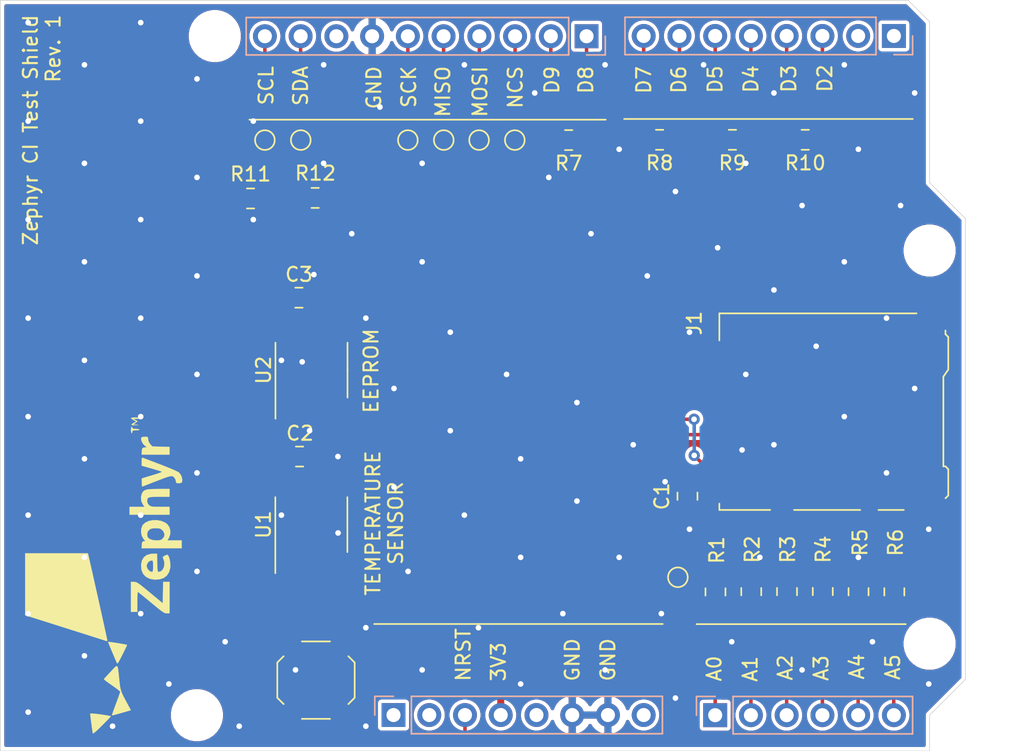
<source format=kicad_pcb>
(kicad_pcb (version 20171130) (host pcbnew 5.1.6-c6e7f7d~87~ubuntu19.10.1)
  (title_block (title "Zephyr CI Test Shield") (date 2020-08-28) (rev 1) (company "Teslabs Engineering S.L."))
  (layers (0 F.Cu signal) (31 B.Cu signal) (34 B.Paste user) (35 F.Paste user) (36 B.SilkS user) (37 F.SilkS user) (38 B.Mask user) (39 F.Mask user) (44 Edge.Cuts user))
  (net 0 "")
  (net 1 GND)
  (net 2 /SCK)
  (net 3 /MISO)
  (net 4 /MOSI)
  (net 5 /NCS)
  (net 6 +3V3)
  (net 7 /SDA)
  (net 8 /SCL)
  (net 9 "Net-(J2-Pad3)")
  (net 10 "Net-(J3-Pad6)")
  (net 11 "Net-(J3-Pad5)")
  (net 12 "Net-(J3-Pad4)")
  (net 13 "Net-(J3-Pad3)")
  (net 14 "Net-(J3-Pad2)")
  (net 15 "Net-(J3-Pad1)")
  (net 16 "Net-(J4-Pad2)")
  (net 17 "Net-(J4-Pad1)")
  (net 18 "Net-(J5-Pad8)")
  (net 19 "Net-(J5-Pad7)")
  (net 20 "Net-(J5-Pad6)")
  (net 21 "Net-(J5-Pad5)")
  (net 22 "Net-(J5-Pad4)")
  (net 23 "Net-(J5-Pad3)")
  (net 24 "Net-(R1-Pad1)")
  (module zephyr-ci-shield:MountingHole_3.2mm (layer F.Cu) (at 165.94 88.26)
    (fp_text reference H3 hide)
    (fp_text value MountingHole)
    (pad 1 np_thru_hole circle (at 0 0) (size 3.2 3.2) (drill 3.2) (layers *.Cu *.Mask))
  )
  (module zephyr-ci-shield:MountingHole_3.2mm (layer F.Cu) (at 165.94 116.2)
    (fp_text reference H2 hide)
    (fp_text value MountingHole)
    (pad 1 np_thru_hole circle (at 0 0) (size 3.2 3.2) (drill 3.2) (layers *.Cu *.Mask))
  )
  (module zephyr-ci-shield:MountingHole_3.2mm (layer F.Cu) (at 113.87 121.28)
    (fp_text reference H1 hide)
    (fp_text value MountingHole)
    (pad 1 np_thru_hole circle (at 0 0) (size 3.2 3.2) (drill 3.2) (layers *.Cu *.Mask))
  )
  (module zephyr-ci-shield:MountingHole_3.2mm (layer F.Cu) (at 115.14 73.02)
    (fp_text reference H4 hide)
    (fp_text value MountingHole)
    (pad 1 np_thru_hole circle (at 0 0) (size 3.2 3.2) (drill 3.2) (layers *.Cu *.Mask))
  )
  (module Connector_Card:microSD_HC_Hirose_DM3AT-SF-PEJM5 (layer F.Cu) (at 158.88 99.72 90)
    (fp_text reference J1 (at 6.3 -9.66 90) (layer F.SilkS))
    (fp_text value Micro_SD_Card)
    (pad 11 smd rect (at 6.675 7.375 90) (size 1.3 1.9) (layers F.Cu F.Paste F.Mask) (net 1 GND))
    (pad 11 smd rect (at -6.825 6.925 90) (size 1 2.8) (layers F.Cu F.Paste F.Mask) (net 1 GND))
    (pad 10 smd rect (at -6.825 2.775 90) (size 1 0.8) (layers F.Cu F.Paste F.Mask))
    (pad 11 smd rect (at -6.825 -3.425 90) (size 1 1.2) (layers F.Cu F.Paste F.Mask) (net 1 GND))
    (pad 11 smd rect (at 4.325 -7.725 90) (size 1 1.2) (layers F.Cu F.Paste F.Mask) (net 1 GND))
    (pad 7 smd rect (at -3.825 -7.725 90) (size 0.7 1.2) (layers F.Cu F.Paste F.Mask) (net 3 /MISO))
    (pad 6 smd rect (at -2.725 -7.725 90) (size 0.7 1.2) (layers F.Cu F.Paste F.Mask) (net 1 GND))
    (pad 5 smd rect (at -1.625 -7.725 90) (size 0.7 1.2) (layers F.Cu F.Paste F.Mask) (net 2 /SCK))
    (pad 4 smd rect (at -0.525 -7.725 90) (size 0.7 1.2) (layers F.Cu F.Paste F.Mask) (net 6 +3V3))
    (pad 3 smd rect (at 0.575 -7.725 90) (size 0.7 1.2) (layers F.Cu F.Paste F.Mask) (net 4 /MOSI))
    (pad 2 smd rect (at 1.675 -7.725 90) (size 0.7 1.2) (layers F.Cu F.Paste F.Mask) (net 5 /NCS))
    (pad 1 smd rect (at 2.775 -7.725 90) (size 0.7 1.2) (layers F.Cu F.Paste F.Mask))
    (pad 8 smd rect (at -4.925 -7.725 90) (size 0.7 1.2) (layers F.Cu F.Paste F.Mask))
    (pad 9 smd rect (at -5.875 -7.725 90) (size 0.7 1.2) (layers F.Cu F.Paste F.Mask))
  )
  (module zephyr-ci-shield:Logo_Zephyr (layer F.Cu) (at 107.25 111.4 90)
    (fp_text reference G*** hide)
    (fp_text value LOGO hide)
  )
  (module Connector_PinHeader_2.54mm:PinHeader_1x10_P2.54mm_Vertical (layer B.Cu) (at 141.56 73.03 90)
    (fp_text reference J4 hide)
    (fp_text value CN4)
    (pad 10 thru_hole oval (at 0 -22.86 90) (size 1.7 1.7) (drill 1) (layers *.Cu *.Mask) (net 8 /SCL))
    (pad 9 thru_hole oval (at 0 -20.32 90) (size 1.7 1.7) (drill 1) (layers *.Cu *.Mask) (net 7 /SDA))
    (pad 8 thru_hole oval (at 0 -17.78 90) (size 1.7 1.7) (drill 1) (layers *.Cu *.Mask))
    (pad 7 thru_hole oval (at 0 -15.24 90) (size 1.7 1.7) (drill 1) (layers *.Cu *.Mask) (net 1 GND))
    (pad 6 thru_hole oval (at 0 -12.7 90) (size 1.7 1.7) (drill 1) (layers *.Cu *.Mask) (net 2 /SCK))
    (pad 5 thru_hole oval (at 0 -10.16 90) (size 1.7 1.7) (drill 1) (layers *.Cu *.Mask) (net 3 /MISO))
    (pad 4 thru_hole oval (at 0 -7.62 90) (size 1.7 1.7) (drill 1) (layers *.Cu *.Mask) (net 4 /MOSI))
    (pad 3 thru_hole oval (at 0 -5.08 90) (size 1.7 1.7) (drill 1) (layers *.Cu *.Mask) (net 5 /NCS))
    (pad 2 thru_hole oval (at 0 -2.54 90) (size 1.7 1.7) (drill 1) (layers *.Cu *.Mask) (net 16 "Net-(J4-Pad2)"))
    (pad 1 thru_hole rect (at 0 0 90) (size 1.7 1.7) (drill 1) (layers *.Cu *.Mask) (net 17 "Net-(J4-Pad1)"))
  )
  (module Connector_PinHeader_2.54mm:PinHeader_1x06_P2.54mm_Vertical (layer B.Cu) (at 150.7 121.28 270)
    (fp_text reference J3 hide)
    (fp_text value CN2)
    (pad 6 thru_hole oval (at 0 -12.7 270) (size 1.7 1.7) (drill 1) (layers *.Cu *.Mask) (net 10 "Net-(J3-Pad6)"))
    (pad 5 thru_hole oval (at 0 -10.16 270) (size 1.7 1.7) (drill 1) (layers *.Cu *.Mask) (net 11 "Net-(J3-Pad5)"))
    (pad 4 thru_hole oval (at 0 -7.62 270) (size 1.7 1.7) (drill 1) (layers *.Cu *.Mask) (net 12 "Net-(J3-Pad4)"))
    (pad 3 thru_hole oval (at 0 -5.08 270) (size 1.7 1.7) (drill 1) (layers *.Cu *.Mask) (net 13 "Net-(J3-Pad3)"))
    (pad 2 thru_hole oval (at 0 -2.54 270) (size 1.7 1.7) (drill 1) (layers *.Cu *.Mask) (net 14 "Net-(J3-Pad2)"))
    (pad 1 thru_hole rect (at 0 0 270) (size 1.7 1.7) (drill 1) (layers *.Cu *.Mask) (net 15 "Net-(J3-Pad1)"))
  )
  (module Connector_PinHeader_2.54mm:PinHeader_1x08_P2.54mm_Vertical (layer B.Cu) (at 127.84 121.27 270)
    (fp_text reference J2 hide)
    (fp_text value CN1)
    (pad 8 thru_hole oval (at 0 -17.78 270) (size 1.7 1.7) (drill 1) (layers *.Cu *.Mask))
    (pad 7 thru_hole oval (at 0 -15.24 270) (size 1.7 1.7) (drill 1) (layers *.Cu *.Mask) (net 1 GND))
    (pad 6 thru_hole oval (at 0 -12.7 270) (size 1.7 1.7) (drill 1) (layers *.Cu *.Mask) (net 1 GND))
    (pad 5 thru_hole oval (at 0 -10.16 270) (size 1.7 1.7) (drill 1) (layers *.Cu *.Mask))
    (pad 4 thru_hole oval (at 0 -7.62 270) (size 1.7 1.7) (drill 1) (layers *.Cu *.Mask) (net 6 +3V3))
    (pad 3 thru_hole oval (at 0 -5.08 270) (size 1.7 1.7) (drill 1) (layers *.Cu *.Mask) (net 9 "Net-(J2-Pad3)"))
    (pad 2 thru_hole oval (at 0 -2.54 270) (size 1.7 1.7) (drill 1) (layers *.Cu *.Mask))
    (pad 1 thru_hole rect (at 0 0 270) (size 1.7 1.7) (drill 1) (layers *.Cu *.Mask))
  )
  (module Connector_PinHeader_2.54mm:PinHeader_1x08_P2.54mm_Vertical (layer B.Cu) (at 163.4 73.01 90)
    (fp_text reference J5 hide)
    (fp_text value CN3)
    (pad 8 thru_hole oval (at 0 -17.78 90) (size 1.7 1.7) (drill 1) (layers *.Cu *.Mask) (net 18 "Net-(J5-Pad8)"))
    (pad 7 thru_hole oval (at 0 -15.24 90) (size 1.7 1.7) (drill 1) (layers *.Cu *.Mask) (net 19 "Net-(J5-Pad7)"))
    (pad 6 thru_hole oval (at 0 -12.7 90) (size 1.7 1.7) (drill 1) (layers *.Cu *.Mask) (net 20 "Net-(J5-Pad6)"))
    (pad 5 thru_hole oval (at 0 -10.16 90) (size 1.7 1.7) (drill 1) (layers *.Cu *.Mask) (net 21 "Net-(J5-Pad5)"))
    (pad 4 thru_hole oval (at 0 -7.62 90) (size 1.7 1.7) (drill 1) (layers *.Cu *.Mask) (net 22 "Net-(J5-Pad4)"))
    (pad 3 thru_hole oval (at 0 -5.08 90) (size 1.7 1.7) (drill 1) (layers *.Cu *.Mask) (net 23 "Net-(J5-Pad3)"))
    (pad 2 thru_hole oval (at 0 -2.54 90) (size 1.7 1.7) (drill 1) (layers *.Cu *.Mask))
    (pad 1 thru_hole rect (at 0 0 90) (size 1.7 1.7) (drill 1) (layers *.Cu *.Mask))
  )
  (module TestPoint:TestPoint_Pad_D1.0mm (layer F.Cu) (at 148.05 111.48)
    (fp_text reference TP1 hide)
    (fp_text value AVAL)
    (pad 1 smd circle (at 0 0) (size 1 1) (layers F.Cu F.Mask) (net 24 "Net-(R1-Pad1)"))
  )
  (module Package_SO:SOIC-8_3.9x4.9mm_P1.27mm (layer F.Cu) (at 122.01 96.76 90)
    (fp_text reference U2 (at 0 -3.4 90) (layer F.SilkS))
    (fp_text value 24LC256)
    (pad 8 smd roundrect (at 2.475 -1.905 90) (size 1.95 0.6) (layers F.Cu F.Paste F.Mask) (net 6 +3V3))
    (pad 7 smd roundrect (at 2.475 -0.635 90) (size 1.95 0.6) (layers F.Cu F.Paste F.Mask) (net 1 GND))
    (pad 6 smd roundrect (at 2.475 0.635 90) (size 1.95 0.6) (layers F.Cu F.Paste F.Mask) (net 8 /SCL))
    (pad 5 smd roundrect (at 2.475 1.905 90) (size 1.95 0.6) (layers F.Cu F.Paste F.Mask) (net 7 /SDA))
    (pad 4 smd roundrect (at -2.475 1.905 90) (size 1.95 0.6) (layers F.Cu F.Paste F.Mask) (net 1 GND))
    (pad 3 smd roundrect (at -2.475 0.635 90) (size 1.95 0.6) (layers F.Cu F.Paste F.Mask) (net 1 GND))
    (pad 2 smd roundrect (at -2.475 -0.635 90) (size 1.95 0.6) (layers F.Cu F.Paste F.Mask) (net 1 GND))
    (pad 1 smd roundrect (at -2.475 -1.905 90) (size 1.95 0.6) (layers F.Cu F.Paste F.Mask) (net 1 GND))
  )
  (module Package_SO:SOIC-8_3.9x4.9mm_P1.27mm (layer F.Cu) (at 122 107.74 90)
    (fp_text reference U1 (at 0 -3.4 90) (layer F.SilkS))
    (fp_text value LM75B)
    (pad 8 smd roundrect (at 2.475 -1.905 90) (size 1.95 0.6) (layers F.Cu F.Paste F.Mask) (net 6 +3V3))
    (pad 7 smd roundrect (at 2.475 -0.635 90) (size 1.95 0.6) (layers F.Cu F.Paste F.Mask) (net 1 GND))
    (pad 6 smd roundrect (at 2.475 0.635 90) (size 1.95 0.6) (layers F.Cu F.Paste F.Mask) (net 1 GND))
    (pad 5 smd roundrect (at 2.475 1.905 90) (size 1.95 0.6) (layers F.Cu F.Paste F.Mask) (net 1 GND))
    (pad 4 smd roundrect (at -2.475 1.905 90) (size 1.95 0.6) (layers F.Cu F.Paste F.Mask) (net 1 GND))
    (pad 3 smd roundrect (at -2.475 0.635 90) (size 1.95 0.6) (layers F.Cu F.Paste F.Mask))
    (pad 2 smd roundrect (at -2.475 -0.635 90) (size 1.95 0.6) (layers F.Cu F.Paste F.Mask) (net 8 /SCL))
    (pad 1 smd roundrect (at -2.475 -1.905 90) (size 1.95 0.6) (layers F.Cu F.Paste F.Mask) (net 7 /SDA))
  )
  (module TestPoint:TestPoint_Pad_D1.0mm (layer F.Cu) (at 121.25 80.41)
    (fp_text reference TP6 hide)
    (fp_text value SDA)
    (pad 1 smd circle (at 0 0) (size 1 1) (layers F.Cu F.Mask) (net 7 /SDA))
  )
  (module TestPoint:TestPoint_Pad_D1.0mm (layer F.Cu) (at 118.7 80.41)
    (fp_text reference TP4 hide)
    (fp_text value SCL)
    (pad 1 smd circle (at 0 0.01) (size 1 1) (layers F.Cu F.Mask) (net 8 /SCL))
  )
  (module TestPoint:TestPoint_Pad_D1.0mm (layer F.Cu) (at 128.86 80.41)
    (fp_text reference TP2 hide)
    (fp_text value SCK)
    (pad 1 smd circle (at 0 0) (size 1 1) (layers F.Cu F.Mask) (net 2 /SCK))
  )
  (module TestPoint:TestPoint_Pad_D1.0mm (layer F.Cu) (at 131.41 80.41)
    (fp_text reference TP3 hide)
    (fp_text value MISO)
    (pad 1 smd circle (at 0 0) (size 1 1) (layers F.Cu F.Mask) (net 3 /MISO))
  )
  (module TestPoint:TestPoint_Pad_D1.0mm (layer F.Cu) (at 133.92 80.41)
    (fp_text reference TP5 hide)
    (fp_text value MOSI)
    (pad 1 smd circle (at 0 0) (size 1 1) (layers F.Cu F.Mask) (net 4 /MOSI))
  )
  (module TestPoint:TestPoint_Pad_D1.0mm (layer F.Cu) (at 136.46 80.41)
    (fp_text reference TP7 hide)
    (fp_text value NCS)
    (pad 1 smd circle (at 0 0) (size 1 1) (layers F.Cu F.Mask) (net 5 /NCS))
  )
  (module Button_Switch_SMD:SW_SPST_TL3342 (layer F.Cu) (at 122.33 118.79 270)
    (fp_text reference SW1 hide)
    (fp_text value RESET)
    (pad 2 smd rect (at 3.15 1.9 270) (size 1.7 1) (layers F.Cu F.Paste F.Mask) (net 1 GND))
    (pad 2 smd rect (at -3.15 1.9 270) (size 1.7 1) (layers F.Cu F.Paste F.Mask) (net 1 GND))
    (pad 1 smd rect (at 3.15 -1.9 270) (size 1.7 1) (layers F.Cu F.Paste F.Mask) (net 9 "Net-(J2-Pad3)"))
    (pad 1 smd rect (at -3.15 -1.9 270) (size 1.7 1) (layers F.Cu F.Paste F.Mask) (net 9 "Net-(J2-Pad3)"))
  )
  (module Resistor_SMD:R_0805_2012Metric_Pad1.15x1.40mm_HandSolder (layer F.Cu) (at 122.27 84.52 180)
    (fp_text reference R12 (at -0.02 1.75) (layer F.SilkS))
    (fp_text value 4.7K)
    (pad 2 smd roundrect (at 1.025 0 180) (size 1.15 1.4) (layers F.Cu F.Paste F.Mask) (roundrect_rratio 0.217391) (net 7 /SDA))
    (pad 1 smd roundrect (at -1.025 0 180) (size 1.15 1.4) (layers F.Cu F.Paste F.Mask) (roundrect_rratio 0.217391) (net 6 +3V3))
  )
  (module Resistor_SMD:R_0805_2012Metric_Pad1.15x1.40mm_HandSolder (layer F.Cu) (at 163.43 112.514 270)
    (fp_text reference R6 (at -3.505 -0.09 90) (layer F.SilkS))
    (fp_text value 10K)
    (pad 2 smd roundrect (at 1.025 0 270) (size 1.15 1.4) (layers F.Cu F.Paste F.Mask) (roundrect_rratio 0.217391) (net 10 "Net-(J3-Pad6)"))
    (pad 1 smd roundrect (at -1.025 0 270) (size 1.15 1.4) (layers F.Cu F.Paste F.Mask) (roundrect_rratio 0.217391) (net 24 "Net-(R1-Pad1)"))
  )
  (module Resistor_SMD:R_0805_2012Metric_Pad1.15x1.40mm_HandSolder (layer F.Cu) (at 160.888 112.508 270)
    (fp_text reference R5 (at -3.5 -0.112 90) (layer F.SilkS))
    (fp_text value 10K)
    (pad 2 smd roundrect (at 1.025 0 270) (size 1.15 1.4) (layers F.Cu F.Paste F.Mask) (roundrect_rratio 0.217391) (net 11 "Net-(J3-Pad5)"))
    (pad 1 smd roundrect (at -1.025 0 270) (size 1.15 1.4) (layers F.Cu F.Paste F.Mask) (roundrect_rratio 0.217391) (net 24 "Net-(R1-Pad1)"))
  )
  (module Resistor_SMD:R_0805_2012Metric_Pad1.15x1.40mm_HandSolder (layer F.Cu) (at 158.346 112.49 270)
    (fp_text reference R4 (at -2.99 -0.034 90) (layer F.SilkS))
    (fp_text value 10K)
    (pad 2 smd roundrect (at 1.025 0 270) (size 1.15 1.4) (layers F.Cu F.Paste F.Mask) (roundrect_rratio 0.217391) (net 12 "Net-(J3-Pad4)"))
    (pad 1 smd roundrect (at -1.025 0 270) (size 1.15 1.4) (layers F.Cu F.Paste F.Mask) (roundrect_rratio 0.217391) (net 24 "Net-(R1-Pad1)"))
  )
  (module Resistor_SMD:R_0805_2012Metric_Pad1.15x1.40mm_HandSolder (layer F.Cu) (at 155.804 112.496 270)
    (fp_text reference R3 (at -2.995 -0.056 90) (layer F.SilkS))
    (fp_text value 10K)
    (pad 2 smd roundrect (at 1.025 0 270) (size 1.15 1.4) (layers F.Cu F.Paste F.Mask) (roundrect_rratio 0.217391) (net 13 "Net-(J3-Pad3)"))
    (pad 1 smd roundrect (at -1.025 0 270) (size 1.15 1.4) (layers F.Cu F.Paste F.Mask) (roundrect_rratio 0.217391) (net 24 "Net-(R1-Pad1)"))
  )
  (module Resistor_SMD:R_0805_2012Metric_Pad1.15x1.40mm_HandSolder (layer F.Cu) (at 153.262 112.502 270)
    (fp_text reference R2 (at -3 -0.078 90) (layer F.SilkS))
    (fp_text value 10K)
    (pad 2 smd roundrect (at 1.025 0 270) (size 1.15 1.4) (layers F.Cu F.Paste F.Mask) (roundrect_rratio 0.217391) (net 14 "Net-(J3-Pad2)"))
    (pad 1 smd roundrect (at -1.025 0 270) (size 1.15 1.4) (layers F.Cu F.Paste F.Mask) (roundrect_rratio 0.217391) (net 24 "Net-(R1-Pad1)"))
  )
  (module Resistor_SMD:R_0805_2012Metric_Pad1.15x1.40mm_HandSolder (layer F.Cu) (at 150.72 112.52 270)
    (fp_text reference R1 (at -2.97 -0.1 90) (layer F.SilkS))
    (fp_text value 10K)
    (pad 2 smd roundrect (at 1.025 0 270) (size 1.15 1.4) (layers F.Cu F.Paste F.Mask) (roundrect_rratio 0.217391) (net 15 "Net-(J3-Pad1)"))
    (pad 1 smd roundrect (at -1.025 0 270) (size 1.15 1.4) (layers F.Cu F.Paste F.Mask) (roundrect_rratio 0.217391) (net 24 "Net-(R1-Pad1)"))
  )
  (module Resistor_SMD:R_0805_2012Metric_Pad1.15x1.40mm_HandSolder (layer F.Cu) (at 117.68 84.56)
    (fp_text reference R11 (at 0 -1.73) (layer F.SilkS))
    (fp_text value 4.7K)
    (pad 2 smd roundrect (at 1.025 0) (size 1.15 1.4) (layers F.Cu F.Paste F.Mask) (roundrect_rratio 0.217391) (net 8 /SCL))
    (pad 1 smd roundrect (at -1.025 0) (size 1.15 1.4) (layers F.Cu F.Paste F.Mask) (roundrect_rratio 0.217391) (net 6 +3V3))
  )
  (module Resistor_SMD:R_0805_2012Metric_Pad1.15x1.40mm_HandSolder (layer F.Cu) (at 140.29 80.41 180)
    (fp_text reference R7 (at 0 -1.65) (layer F.SilkS))
    (fp_text value 0)
    (pad 2 smd roundrect (at 1.025 0 180) (size 1.15 1.4) (layers F.Cu F.Paste F.Mask) (roundrect_rratio 0.217391) (net 16 "Net-(J4-Pad2)"))
    (pad 1 smd roundrect (at -1.025 0 180) (size 1.15 1.4) (layers F.Cu F.Paste F.Mask) (roundrect_rratio 0.217391) (net 17 "Net-(J4-Pad1)"))
  )
  (module Resistor_SMD:R_0805_2012Metric_Pad1.15x1.40mm_HandSolder (layer F.Cu) (at 146.75 80.39 180)
    (fp_text reference R8 (at 0 -1.65) (layer F.SilkS))
    (fp_text value 0)
    (pad 2 smd roundrect (at 1.025 0 180) (size 1.15 1.4) (layers F.Cu F.Paste F.Mask) (roundrect_rratio 0.217391) (net 18 "Net-(J5-Pad8)"))
    (pad 1 smd roundrect (at -1.025 0 180) (size 1.15 1.4) (layers F.Cu F.Paste F.Mask) (roundrect_rratio 0.217391) (net 19 "Net-(J5-Pad7)"))
  )
  (module Resistor_SMD:R_0805_2012Metric_Pad1.15x1.40mm_HandSolder (layer F.Cu) (at 151.925 80.39 180)
    (fp_text reference R9 (at 0 -1.65) (layer F.SilkS))
    (fp_text value 0)
    (pad 2 smd roundrect (at 1.025 0 180) (size 1.15 1.4) (layers F.Cu F.Paste F.Mask) (roundrect_rratio 0.217391) (net 20 "Net-(J5-Pad6)"))
    (pad 1 smd roundrect (at -1.025 0 180) (size 1.15 1.4) (layers F.Cu F.Paste F.Mask) (roundrect_rratio 0.217391) (net 21 "Net-(J5-Pad5)"))
  )
  (module Resistor_SMD:R_0805_2012Metric_Pad1.15x1.40mm_HandSolder (layer F.Cu) (at 157.1 80.39 180)
    (fp_text reference R10 (at 0 -1.65) (layer F.SilkS))
    (fp_text value 0)
    (pad 2 smd roundrect (at 1.025 0 180) (size 1.15 1.4) (layers F.Cu F.Paste F.Mask) (roundrect_rratio 0.217391) (net 22 "Net-(J5-Pad4)"))
    (pad 1 smd roundrect (at -1.025 0 180) (size 1.15 1.4) (layers F.Cu F.Paste F.Mask) (roundrect_rratio 0.217391) (net 23 "Net-(J5-Pad3)"))
  )
  (module Capacitor_SMD:C_0805_2012Metric_Pad1.15x1.40mm_HandSolder (layer F.Cu) (at 148.73 105.72 270)
    (fp_text reference C1 (at 0.01 1.82 90) (layer F.SilkS))
    (fp_text value 100nF)
    (pad 2 smd roundrect (at 1.025 0 270) (size 1.15 1.4) (layers F.Cu F.Paste F.Mask) (roundrect_rratio 0.217391) (net 6 +3V3))
    (pad 1 smd roundrect (at -1.025 0 270) (size 1.15 1.4) (layers F.Cu F.Paste F.Mask) (roundrect_rratio 0.217391) (net 1 GND))
  )
  (module Capacitor_SMD:C_0805_2012Metric_Pad1.15x1.40mm_HandSolder (layer F.Cu) (at 121.165 102.9 180)
    (fp_text reference C2 (at -0.025 1.65) (layer F.SilkS))
    (fp_text value 100nF)
    (pad 2 smd roundrect (at 1.025 0 180) (size 1.15 1.4) (layers F.Cu F.Paste F.Mask) (roundrect_rratio 0.217391) (net 6 +3V3))
    (pad 1 smd roundrect (at -1.025 0 180) (size 1.15 1.4) (layers F.Cu F.Paste F.Mask) (roundrect_rratio 0.217391) (net 1 GND))
  )
  (module Capacitor_SMD:C_0805_2012Metric_Pad1.15x1.40mm_HandSolder (layer F.Cu) (at 121.12 91.61)
    (fp_text reference C3 (at 0 -1.65) (layer F.SilkS))
    (fp_text value 100nF)
    (pad 2 smd roundrect (at 1.025 0) (size 1.15 1.4) (layers F.Cu F.Paste F.Mask) (roundrect_rratio 0.217391) (net 1 GND))
    (pad 1 smd roundrect (at -1.025 0) (size 1.15 1.4) (layers F.Cu F.Paste F.Mask) (roundrect_rratio 0.217391) (net 6 +3V3))
  )
  (gr_line (start 149.38 114.81) (end 164.24 114.81) (layer F.SilkS) (width 0.12))
  (gr_line (start 126.47 114.8) (end 146.97 114.8) (layer F.SilkS) (width 0.12))
  (gr_line (start 117.6 78.96) (end 142.92 78.96) (layer F.SilkS) (width 0.12))
  (gr_line (start 144.23 78.91) (end 164.74 78.91) (layer F.SilkS) (width 0.12))
  (gr_text "Zephyr CI Test Shield\nRev. 1" (at 102.85 71.41 90) (layer F.SilkS) (effects (font (size 1 1)) (justify right)))
  (gr_text NRST (at 132.8 118.966 90) (layer F.SilkS) (effects (font (size 1 1)) (justify left)))
  (gr_text 3V3 (at 135.3 118.966 90) (layer F.SilkS) (effects (font (size 1 1)) (justify left)))
  (gr_text GND (at 140.55 118.966 90) (layer F.SilkS) (effects (font (size 1 1)) (justify left)))
  (gr_text GND (at 143.08 118.966 90) (layer F.SilkS) (effects (font (size 1 1)) (justify left)))
  (gr_text EEPROM (at 126.25 96.81 90) (layer F.SilkS) (effects (font (size 1 1))))
  (gr_text "TEMPERATURE\nSENSOR" (at 127.19 107.63 90) (layer F.SilkS) (effects (font (size 1 1))))
  (gr_text A5 (at 163.32 118.864 90) (layer F.SilkS) (effects (font (size 1 1)) (justify left)))
  (gr_text A4 (at 160.77 118.83 90) (layer F.SilkS) (effects (font (size 1 1)) (justify left)))
  (gr_text A3 (at 158.23 118.932 90) (layer F.SilkS) (effects (font (size 1 1)) (justify left)))
  (gr_text A2 (at 155.68 118.898 90) (layer F.SilkS) (effects (font (size 1 1)) (justify left)))
  (gr_text A1 (at 153.19 119 90) (layer F.SilkS) (effects (font (size 1 1)) (justify left)))
  (gr_text A0 (at 150.63 118.966 90) (layer F.SilkS) (effects (font (size 1 1)) (justify left)))
  (gr_text GND (at 126.45 75.06 90) (layer F.SilkS) (effects (font (size 1 1)) (justify right)))
  (gr_text SDA (at 121.24 75.06 90) (layer F.SilkS) (effects (font (size 1 1)) (justify right)))
  (gr_text SCL (at 118.79 75.06 90) (layer F.SilkS) (effects (font (size 1 1)) (justify right)))
  (gr_text D2 (at 158.5 74.95 90) (layer F.SilkS) (effects (font (size 1 1)) (justify right)))
  (gr_text D3 (at 155.94 74.98 90) (layer F.SilkS) (effects (font (size 1 1)) (justify right)))
  (gr_text D4 (at 153.25 75 90) (layer F.SilkS) (effects (font (size 1 1)) (justify right)))
  (gr_text D5 (at 150.7 75.02 90) (layer F.SilkS) (effects (font (size 1 1)) (justify right)))
  (gr_text D6 (at 148.12 75.04 90) (layer F.SilkS) (effects (font (size 1 1)) (justify right)))
  (gr_text D7 (at 145.63 75.06 90) (layer F.SilkS) (effects (font (size 1 1)) (justify right)))
  (gr_text D8 (at 141.51 75.06 90) (layer F.SilkS) (effects (font (size 1 1)) (justify right)))
  (gr_text D9 (at 139.1 75.06 90) (layer F.SilkS) (effects (font (size 1 1)) (justify right)))
  (gr_text NCS (at 136.5 75.06 90) (layer F.SilkS) (effects (font (size 1 1)) (justify right)))
  (gr_text MOSI (at 133.99 75.06 90) (layer F.SilkS) (effects (font (size 1 1)) (justify right)))
  (gr_text MISO (at 131.35 75.06 90) (layer F.SilkS) (effects (font (size 1 1)) (justify right)))
  (gr_text SCK (at 128.93 75.06 90) (layer F.SilkS) (effects (font (size 1 1)) (justify right)))
  (gr_line (start 164.39 70.48) (end 164.42 70.48) (layer Edge.Cuts) (width 0.05))
  (gr_line (start 164.43 70.49) (end 164.42 70.48) (layer Edge.Cuts) (width 0.05))
  (gr_line (start 165.82 71.88) (end 164.43 70.49) (layer Edge.Cuts) (width 0.05))
  (gr_line (start 165.94 72) (end 165.82 71.88) (layer Edge.Cuts) (width 0.05))
  (gr_line (start 165.94 72.02) (end 165.94 72) (layer Edge.Cuts) (width 0.05))
  (gr_line (start 165.94 83.35) (end 165.94 72.02) (layer Edge.Cuts) (width 0.05))
  (gr_line (start 165.94 83.43) (end 165.94 83.35) (layer Edge.Cuts) (width 0.05))
  (gr_line (start 168.26 85.76) (end 165.94 83.43) (layer Edge.Cuts) (width 0.05))
  (gr_line (start 168.48 85.98) (end 168.26 85.76) (layer Edge.Cuts) (width 0.05))
  (gr_line (start 168.48 85.99) (end 168.48 85.98) (layer Edge.Cuts) (width 0.05))
  (gr_line (start 168.48 86.01) (end 168.48 85.99) (layer Edge.Cuts) (width 0.05))
  (gr_line (start 168.48 118.74) (end 168.48 86.01) (layer Edge.Cuts) (width 0.05))
  (gr_line (start 168.47 118.75) (end 168.48 118.74) (layer Edge.Cuts) (width 0.05))
  (gr_line (start 165.94 121.28) (end 168.47 118.75) (layer Edge.Cuts) (width 0.05))
  (gr_line (start 165.94 121.29) (end 165.94 121.28) (layer Edge.Cuts) (width 0.05))
  (gr_line (start 165.94 123.82) (end 165.94 121.29) (layer Edge.Cuts) (width 0.05))
  (gr_line (start 165.93 123.82) (end 165.94 123.82) (layer Edge.Cuts) (width 0.05))
  (gr_line (start 99.9 123.82) (end 165.93 123.82) (layer Edge.Cuts) (width 0.05))
  (gr_line (start 99.9 123.81) (end 99.9 123.82) (layer Edge.Cuts) (width 0.05))
  (gr_line (start 99.9 70.48) (end 99.9 123.81) (layer Edge.Cuts) (width 0.05))
  (gr_line (start 164.39 70.48) (end 99.9 70.48) (layer Edge.Cuts) (width 0.05))
  (segment (start 120.105 99.235) (end 121.375 99.235) (width 0.25) (layer F.Cu) (net 1))
  (segment (start 121.375 99.235) (end 122.645 99.235) (width 0.25) (layer F.Cu) (net 1))
  (segment (start 122.645 99.235) (end 123.915 99.235) (width 0.25) (layer F.Cu) (net 1))
  (segment (start 123.905 105.265) (end 122.635 105.265) (width 0.25) (layer F.Cu) (net 1))
  (segment (start 122.635 105.265) (end 121.365 105.265) (width 0.25) (layer F.Cu) (net 1))
  (via (at 123.89 102.9) (size 0.8) (drill 0.4) (layers F.Cu B.Cu) (net 1))
  (segment (start 122.19 102.9) (end 123.89 102.9) (width 0.25) (layer F.Cu) (net 1))
  (segment (start 123.905 102.915) (end 123.89 102.9) (width 0.25) (layer F.Cu) (net 1))
  (segment (start 123.905 105.265) (end 123.905 102.915) (width 0.25) (layer F.Cu) (net 1))
  (via (at 123.9 108.33) (size 0.8) (drill 0.4) (layers F.Cu B.Cu) (net 1))
  (segment (start 123.905 110.215) (end 123.905 108.335) (width 0.25) (layer F.Cu) (net 1))
  (segment (start 123.905 108.335) (end 123.9 108.33) (width 0.25) (layer F.Cu) (net 1))
  (via (at 121.35 96.17) (size 0.8) (drill 0.4) (layers F.Cu B.Cu) (net 1))
  (segment (start 121.375 94.285) (end 121.375 96.145) (width 0.25) (layer F.Cu) (net 1))
  (segment (start 121.375 96.145) (end 121.35 96.17) (width 0.25) (layer F.Cu) (net 1))
  (segment (start 122.145 91.61) (end 122.145 90.005) (width 0.25) (layer F.Cu) (net 1))
  (via (at 122.18 89.97) (size 0.8) (drill 0.4) (layers F.Cu B.Cu) (net 1))
  (segment (start 122.145 90.005) (end 122.18 89.97) (width 0.25) (layer F.Cu) (net 1))
  (via (at 147.14 104.69) (size 0.8) (drill 0.4) (layers F.Cu B.Cu) (net 1))
  (segment (start 148.73 104.695) (end 147.145 104.695) (width 0.5) (layer F.Cu) (net 1))
  (segment (start 147.145 104.695) (end 147.14 104.69) (width 0.5) (layer F.Cu) (net 1))
  (segment (start 152.595 102.445) (end 152.61 102.43) (width 0.5) (layer F.Cu) (net 1))
  (segment (start 151.155 102.445) (end 152.595 102.445) (width 0.5) (layer F.Cu) (net 1))
  (via (at 152.61 102.43) (size 0.8) (drill 0.4) (layers F.Cu B.Cu) (net 1))
  (via (at 101.874999 72.0625) (size 0.8) (drill 0.4) (layers F.Cu B.Cu) (net 1))
  (via (at 101.874999 79.0625) (size 0.8) (drill 0.4) (layers F.Cu B.Cu) (net 1))
  (via (at 101.874999 86.0625) (size 0.8) (drill 0.4) (layers F.Cu B.Cu) (net 1))
  (via (at 101.874999 93.0625) (size 0.8) (drill 0.4) (layers F.Cu B.Cu) (net 1))
  (via (at 101.874999 100.0625) (size 0.8) (drill 0.4) (layers F.Cu B.Cu) (net 1))
  (via (at 101.874999 107.0625) (size 0.8) (drill 0.4) (layers F.Cu B.Cu) (net 1))
  (via (at 101.874999 114.0625) (size 0.8) (drill 0.4) (layers F.Cu B.Cu) (net 1))
  (via (at 101.874999 121.0625) (size 0.8) (drill 0.4) (layers F.Cu B.Cu) (net 1))
  (via (at 105.874999 75.0625) (size 0.8) (drill 0.4) (layers F.Cu B.Cu) (net 1))
  (via (at 105.874999 82.0625) (size 0.8) (drill 0.4) (layers F.Cu B.Cu) (net 1))
  (via (at 105.874999 89.0625) (size 0.8) (drill 0.4) (layers F.Cu B.Cu) (net 1))
  (via (at 105.874999 96.0625) (size 0.8) (drill 0.4) (layers F.Cu B.Cu) (net 1))
  (via (at 105.874999 103.0625) (size 0.8) (drill 0.4) (layers F.Cu B.Cu) (net 1))
  (via (at 105.874999 110.0625) (size 0.8) (drill 0.4) (layers F.Cu B.Cu) (net 1))
  (via (at 105.874999 117.0625) (size 0.8) (drill 0.4) (layers F.Cu B.Cu) (net 1))
  (via (at 107.874999 122.0625) (size 0.8) (drill 0.4) (layers F.Cu B.Cu) (net 1))
  (via (at 109.874999 72.0625) (size 0.8) (drill 0.4) (layers F.Cu B.Cu) (net 1))
  (via (at 109.874999 79.0625) (size 0.8) (drill 0.4) (layers F.Cu B.Cu) (net 1))
  (via (at 109.874999 86.0625) (size 0.8) (drill 0.4) (layers F.Cu B.Cu) (net 1))
  (via (at 109.874999 93.0625) (size 0.8) (drill 0.4) (layers F.Cu B.Cu) (net 1))
  (via (at 109.874999 100.0625) (size 0.8) (drill 0.4) (layers F.Cu B.Cu) (net 1))
  (via (at 109.874999 107.0625) (size 0.8) (drill 0.4) (layers F.Cu B.Cu) (net 1))
  (via (at 109.874999 114.0625) (size 0.8) (drill 0.4) (layers F.Cu B.Cu) (net 1))
  (via (at 111.874999 119.0625) (size 0.8) (drill 0.4) (layers F.Cu B.Cu) (net 1))
  (via (at 113.874999 76.0625) (size 0.8) (drill 0.4) (layers F.Cu B.Cu) (net 1))
  (via (at 113.874999 83.0625) (size 0.8) (drill 0.4) (layers F.Cu B.Cu) (net 1))
  (via (at 113.874999 90.0625) (size 0.8) (drill 0.4) (layers F.Cu B.Cu) (net 1))
  (via (at 113.874999 97.0625) (size 0.8) (drill 0.4) (layers F.Cu B.Cu) (net 1))
  (via (at 113.874999 104.0625) (size 0.8) (drill 0.4) (layers F.Cu B.Cu) (net 1))
  (via (at 113.874999 111.0625) (size 0.8) (drill 0.4) (layers F.Cu B.Cu) (net 1))
  (via (at 115.874999 116.0625) (size 0.8) (drill 0.4) (layers F.Cu B.Cu) (net 1))
  (via (at 116.874999 122.0625) (size 0.8) (drill 0.4) (layers F.Cu B.Cu) (net 1))
  (via (at 117.874999 79.0625) (size 0.8) (drill 0.4) (layers F.Cu B.Cu) (net 1))
  (via (at 117.874999 86.0625) (size 0.8) (drill 0.4) (layers F.Cu B.Cu) (net 1))
  (via (at 119.874999 96.0625) (size 0.8) (drill 0.4) (layers F.Cu B.Cu) (net 1))
  (via (at 119.874999 107.0625) (size 0.8) (drill 0.4) (layers F.Cu B.Cu) (net 1))
  (via (at 120.874999 118.0625) (size 0.8) (drill 0.4) (layers F.Cu B.Cu) (net 1))
  (via (at 121.874999 101.0625) (size 0.8) (drill 0.4) (layers F.Cu B.Cu) (net 1))
  (via (at 122.874999 75.0625) (size 0.8) (drill 0.4) (layers F.Cu B.Cu) (net 1))
  (via (at 122.874999 82.0625) (size 0.8) (drill 0.4) (layers F.Cu B.Cu) (net 1))
  (via (at 124.874999 87.0625) (size 0.8) (drill 0.4) (layers F.Cu B.Cu) (net 1))
  (via (at 125.874999 93.0625) (size 0.8) (drill 0.4) (layers F.Cu B.Cu) (net 1))
  (via (at 125.874999 115.0625) (size 0.8) (drill 0.4) (layers F.Cu B.Cu) (net 1))
  (via (at 125.874999 122.0625) (size 0.8) (drill 0.4) (layers F.Cu B.Cu) (net 1))
  (via (at 126.874999 78.0625) (size 0.8) (drill 0.4) (layers F.Cu B.Cu) (net 1))
  (via (at 127.874999 98.0625) (size 0.8) (drill 0.4) (layers F.Cu B.Cu) (net 1))
  (via (at 127.874999 105.0625) (size 0.8) (drill 0.4) (layers F.Cu B.Cu) (net 1))
  (via (at 128.874999 111.0625) (size 0.8) (drill 0.4) (layers F.Cu B.Cu) (net 1))
  (via (at 129.874999 82.0625) (size 0.8) (drill 0.4) (layers F.Cu B.Cu) (net 1))
  (via (at 129.874999 89.0625) (size 0.8) (drill 0.4) (layers F.Cu B.Cu) (net 1))
  (via (at 129.874999 118.0625) (size 0.8) (drill 0.4) (layers F.Cu B.Cu) (net 1))
  (via (at 131.874999 94.0625) (size 0.8) (drill 0.4) (layers F.Cu B.Cu) (net 1))
  (via (at 131.874999 101.0625) (size 0.8) (drill 0.4) (layers F.Cu B.Cu) (net 1))
  (via (at 132.874999 75.0625) (size 0.8) (drill 0.4) (layers F.Cu B.Cu) (net 1))
  (via (at 132.874999 107.0625) (size 0.8) (drill 0.4) (layers F.Cu B.Cu) (net 1))
  (via (at 133.874999 115.0625) (size 0.8) (drill 0.4) (layers F.Cu B.Cu) (net 1))
  (via (at 135.874999 97.0625) (size 0.8) (drill 0.4) (layers F.Cu B.Cu) (net 1))
  (via (at 136.874999 103.0625) (size 0.8) (drill 0.4) (layers F.Cu B.Cu) (net 1))
  (via (at 136.874999 110.0625) (size 0.8) (drill 0.4) (layers F.Cu B.Cu) (net 1))
  (via (at 136.874999 119.0625) (size 0.8) (drill 0.4) (layers F.Cu B.Cu) (net 1))
  (via (at 137.874999 77.0625) (size 0.8) (drill 0.4) (layers F.Cu B.Cu) (net 1))
  (via (at 138.874999 83.0625) (size 0.8) (drill 0.4) (layers F.Cu B.Cu) (net 1))
  (via (at 139.874999 114.0625) (size 0.8) (drill 0.4) (layers F.Cu B.Cu) (net 1))
  (via (at 140.874999 99.0625) (size 0.8) (drill 0.4) (layers F.Cu B.Cu) (net 1))
  (via (at 140.874999 106.0625) (size 0.8) (drill 0.4) (layers F.Cu B.Cu) (net 1))
  (via (at 141.874999 87.0625) (size 0.8) (drill 0.4) (layers F.Cu B.Cu) (net 1))
  (via (at 142.874999 75.0625) (size 0.8) (drill 0.4) (layers F.Cu B.Cu) (net 1))
  (via (at 142.874999 118.0625) (size 0.8) (drill 0.4) (layers F.Cu B.Cu) (net 1))
  (via (at 143.874999 81.0625) (size 0.8) (drill 0.4) (layers F.Cu B.Cu) (net 1))
  (via (at 143.874999 110.0625) (size 0.8) (drill 0.4) (layers F.Cu B.Cu) (net 1))
  (via (at 144.874999 102.0625) (size 0.8) (drill 0.4) (layers F.Cu B.Cu) (net 1))
  (via (at 145.874999 90.0625) (size 0.8) (drill 0.4) (layers F.Cu B.Cu) (net 1))
  (via (at 146.874999 114.0625) (size 0.8) (drill 0.4) (layers F.Cu B.Cu) (net 1))
  (via (at 147.874999 84.0625) (size 0.8) (drill 0.4) (layers F.Cu B.Cu) (net 1))
  (via (at 147.874999 120.0625) (size 0.8) (drill 0.4) (layers F.Cu B.Cu) (net 1))
  (via (at 148.874999 94.0625) (size 0.8) (drill 0.4) (layers F.Cu B.Cu) (net 1))
  (via (at 148.874999 108.0625) (size 0.8) (drill 0.4) (layers F.Cu B.Cu) (net 1))
  (via (at 149.874999 75.0625) (size 0.8) (drill 0.4) (layers F.Cu B.Cu) (net 1))
  (via (at 150.874999 88.0625) (size 0.8) (drill 0.4) (layers F.Cu B.Cu) (net 1))
  (via (at 151.874999 116.0625) (size 0.8) (drill 0.4) (layers F.Cu B.Cu) (net 1))
  (via (at 152.874999 82.0625) (size 0.8) (drill 0.4) (layers F.Cu B.Cu) (net 1))
  (via (at 152.874999 97.0625) (size 0.8) (drill 0.4) (layers F.Cu B.Cu) (net 1))
  (via (at 153.874999 110.0625) (size 0.8) (drill 0.4) (layers F.Cu B.Cu) (net 1))
  (via (at 154.874999 77.0625) (size 0.8) (drill 0.4) (layers F.Cu B.Cu) (net 1))
  (via (at 154.874999 91.0625) (size 0.8) (drill 0.4) (layers F.Cu B.Cu) (net 1))
  (via (at 154.874999 102.0625) (size 0.8) (drill 0.4) (layers F.Cu B.Cu) (net 1))
  (via (at 156.874999 85.0625) (size 0.8) (drill 0.4) (layers F.Cu B.Cu) (net 1))
  (via (at 156.874999 118.0625) (size 0.8) (drill 0.4) (layers F.Cu B.Cu) (net 1))
  (via (at 157.874999 95.0625) (size 0.8) (drill 0.4) (layers F.Cu B.Cu) (net 1))
  (via (at 159.874999 75.0625) (size 0.8) (drill 0.4) (layers F.Cu B.Cu) (net 1))
  (via (at 159.874999 89.0625) (size 0.8) (drill 0.4) (layers F.Cu B.Cu) (net 1))
  (via (at 159.874999 100.0625) (size 0.8) (drill 0.4) (layers F.Cu B.Cu) (net 1))
  (via (at 160.874999 81.0625) (size 0.8) (drill 0.4) (layers F.Cu B.Cu) (net 1))
  (via (at 160.874999 110.0625) (size 0.8) (drill 0.4) (layers F.Cu B.Cu) (net 1))
  (via (at 161.874999 116.0625) (size 0.8) (drill 0.4) (layers F.Cu B.Cu) (net 1))
  (via (at 162.874999 93.0625) (size 0.8) (drill 0.4) (layers F.Cu B.Cu) (net 1))
  (via (at 162.874999 104.0625) (size 0.8) (drill 0.4) (layers F.Cu B.Cu) (net 1))
  (via (at 163.874999 85.0625) (size 0.8) (drill 0.4) (layers F.Cu B.Cu) (net 1))
  (via (at 164.874999 77.0625) (size 0.8) (drill 0.4) (layers F.Cu B.Cu) (net 1))
  (via (at 164.874999 98.0625) (size 0.8) (drill 0.4) (layers F.Cu B.Cu) (net 1))
  (via (at 165.874999 108.0625) (size 0.8) (drill 0.4) (layers F.Cu B.Cu) (net 1))
  (via (at 165.874999 119.0625) (size 0.8) (drill 0.4) (layers F.Cu B.Cu) (net 1))
  (segment (start 128.86 73.03) (end 128.86 80.41) (width 0.25) (layer F.Cu) (net 2))
  (segment (start 128.86 83.33) (end 128.86 80.41) (width 0.25) (layer F.Cu) (net 2))
  (segment (start 151.155 101.345) (end 146.875 101.345) (width 0.25) (layer F.Cu) (net 2))
  (segment (start 146.875 101.345) (end 128.86 83.33) (width 0.25) (layer F.Cu) (net 2))
  (segment (start 131.4 80.4) (end 131.41 80.41) (width 0.25) (layer F.Cu) (net 3))
  (segment (start 131.4 73.03) (end 131.4 80.4) (width 0.25) (layer F.Cu) (net 3))
  (via (at 149.21 102.82) (size 0.8) (drill 0.4) (layers F.Cu B.Cu) (net 3))
  (segment (start 151.155 103.545) (end 149.935 103.545) (width 0.25) (layer F.Cu) (net 3))
  (segment (start 149.935 103.545) (end 149.21 102.82) (width 0.25) (layer F.Cu) (net 3))
  (via (at 149.2 100.25) (size 0.8) (drill 0.4) (layers F.Cu B.Cu) (net 3))
  (segment (start 149.21 102.82) (end 149.21 100.26) (width 0.25) (layer B.Cu) (net 3))
  (segment (start 149.21 100.26) (end 149.2 100.25) (width 0.25) (layer B.Cu) (net 3))
  (segment (start 131.41 83.37) (end 131.41 80.41) (width 0.25) (layer F.Cu) (net 3))
  (segment (start 149.2 100.25) (end 148.29 100.25) (width 0.25) (layer F.Cu) (net 3))
  (segment (start 148.29 100.25) (end 131.41 83.37) (width 0.25) (layer F.Cu) (net 3))
  (segment (start 133.94 80.39) (end 133.92 80.41) (width 0.25) (layer F.Cu) (net 4))
  (segment (start 133.94 73.03) (end 133.94 80.39) (width 0.25) (layer F.Cu) (net 4))
  (segment (start 133.92 83.62) (end 133.92 80.41) (width 0.25) (layer F.Cu) (net 4))
  (segment (start 151.155 99.145) (end 149.445 99.145) (width 0.25) (layer F.Cu) (net 4))
  (segment (start 149.445 99.145) (end 133.92 83.62) (width 0.25) (layer F.Cu) (net 4))
  (segment (start 136.48 80.39) (end 136.46 80.41) (width 0.25) (layer F.Cu) (net 5))
  (segment (start 136.48 73.03) (end 136.48 80.39) (width 0.25) (layer F.Cu) (net 5))
  (segment (start 136.46 84.2) (end 136.46 80.41) (width 0.25) (layer F.Cu) (net 5))
  (segment (start 151.155 98.045) (end 150.305 98.045) (width 0.25) (layer F.Cu) (net 5))
  (segment (start 150.305 98.045) (end 136.46 84.2) (width 0.25) (layer F.Cu) (net 5))
  (segment (start 135.46 121.27) (end 135.46 113.66) (width 0.5) (layer F.Cu) (net 6))
  (segment (start 120.095 94.275) (end 120.105 94.285) (width 0.5) (layer F.Cu) (net 6))
  (segment (start 120.095 91.61) (end 120.095 94.275) (width 0.5) (layer F.Cu) (net 6))
  (segment (start 120.14 105.22) (end 120.095 105.265) (width 0.5) (layer F.Cu) (net 6))
  (segment (start 120.14 102.9) (end 120.14 105.22) (width 0.5) (layer F.Cu) (net 6))
  (segment (start 118.12 102.9) (end 118.08 102.94) (width 0.5) (layer F.Cu) (net 6))
  (segment (start 120.14 102.9) (end 118.12 102.9) (width 0.5) (layer F.Cu) (net 6))
  (segment (start 118.08 102.94) (end 118.08 92.28) (width 0.5) (layer F.Cu) (net 6))
  (segment (start 118.08 112.11) (end 118.08 102.94) (width 0.5) (layer F.Cu) (net 6))
  (segment (start 119.63 113.66) (end 118.08 112.11) (width 0.5) (layer F.Cu) (net 6))
  (segment (start 118.08 92.28) (end 118.08 88.8) (width 0.5) (layer F.Cu) (net 6))
  (segment (start 116.655 87.375) (end 116.655 84.56) (width 0.5) (layer F.Cu) (net 6))
  (segment (start 118.08 88.8) (end 116.655 87.375) (width 0.5) (layer F.Cu) (net 6))
  (segment (start 118.08 91.61) (end 120.095 91.61) (width 0.5) (layer F.Cu) (net 6))
  (segment (start 118.08 92.28) (end 118.08 91.61) (width 0.5) (layer F.Cu) (net 6))
  (segment (start 123.295 84.52) (end 124.91 84.52) (width 0.5) (layer F.Cu) (net 6))
  (segment (start 126.85 86.46) (end 126.85 113.66) (width 0.5) (layer F.Cu) (net 6))
  (segment (start 124.91 84.52) (end 126.85 86.46) (width 0.5) (layer F.Cu) (net 6))
  (segment (start 135.46 113.66) (end 126.85 113.66) (width 0.5) (layer F.Cu) (net 6))
  (segment (start 126.85 113.66) (end 119.63 113.66) (width 0.5) (layer F.Cu) (net 6))
  (segment (start 142.375 106.745) (end 135.46 113.66) (width 0.5) (layer F.Cu) (net 6))
  (segment (start 148.73 106.745) (end 142.375 106.745) (width 0.5) (layer F.Cu) (net 6))
  (segment (start 153.460002 101.450002) (end 152.255 100.245) (width 0.5) (layer F.Cu) (net 6))
  (segment (start 153.460002 105.829998) (end 153.460002 101.450002) (width 0.5) (layer F.Cu) (net 6))
  (segment (start 152.255 100.245) (end 151.155 100.245) (width 0.5) (layer F.Cu) (net 6))
  (segment (start 148.73 106.745) (end 152.545 106.745) (width 0.5) (layer F.Cu) (net 6))
  (segment (start 152.545 106.745) (end 153.460002 105.829998) (width 0.5) (layer F.Cu) (net 6))
  (segment (start 121.24 80.4) (end 121.25 80.41) (width 0.25) (layer F.Cu) (net 7))
  (segment (start 121.24 73.03) (end 121.24 80.4) (width 0.25) (layer F.Cu) (net 7))
  (segment (start 121.25 84.515) (end 121.245 84.52) (width 0.25) (layer F.Cu) (net 7))
  (segment (start 121.25 80.41) (end 121.25 84.515) (width 0.25) (layer F.Cu) (net 7))
  (segment (start 123.865 94.235) (end 123.915 94.285) (width 0.25) (layer F.Cu) (net 7))
  (segment (start 123.915 94.285) (end 125.46 95.83) (width 0.25) (layer F.Cu) (net 7))
  (segment (start 120.095 111.825) (end 120.095 110.215) (width 0.25) (layer F.Cu) (net 7))
  (segment (start 125.46 111.5) (end 124.59 112.37) (width 0.25) (layer F.Cu) (net 7))
  (segment (start 124.59 112.37) (end 120.64 112.37) (width 0.25) (layer F.Cu) (net 7))
  (segment (start 125.46 95.83) (end 125.46 111.5) (width 0.25) (layer F.Cu) (net 7))
  (segment (start 120.64 112.37) (end 120.095 111.825) (width 0.25) (layer F.Cu) (net 7))
  (segment (start 121.245 84.52) (end 121.245 85.175) (width 0.25) (layer F.Cu) (net 7))
  (segment (start 123.915 87.845) (end 123.915 94.285) (width 0.25) (layer F.Cu) (net 7))
  (segment (start 121.245 85.175) (end 123.915 87.845) (width 0.25) (layer F.Cu) (net 7))
  (segment (start 118.7 73.03) (end 118.7 80.42) (width 0.25) (layer F.Cu) (net 8))
  (segment (start 118.7 84.555) (end 118.705 84.56) (width 0.25) (layer F.Cu) (net 8))
  (segment (start 118.7 80.42) (end 118.7 84.555) (width 0.25) (layer F.Cu) (net 8))
  (segment (start 124.97 97.53) (end 124.97 106.18) (width 0.25) (layer F.Cu) (net 8))
  (segment (start 124.97 106.18) (end 122.87 108.28) (width 0.25) (layer F.Cu) (net 8))
  (segment (start 122.645 94.285) (end 122.645 95.205) (width 0.25) (layer F.Cu) (net 8))
  (segment (start 122.645 95.205) (end 124.97 97.53) (width 0.25) (layer F.Cu) (net 8))
  (segment (start 122.87 108.28) (end 121.95 108.28) (width 0.25) (layer F.Cu) (net 8))
  (segment (start 121.365 108.865) (end 121.365 110.215) (width 0.25) (layer F.Cu) (net 8))
  (segment (start 121.95 108.28) (end 121.365 108.865) (width 0.25) (layer F.Cu) (net 8))
  (segment (start 122.645 93.125) (end 122.645 94.285) (width 0.25) (layer F.Cu) (net 8))
  (segment (start 123.22 92.55) (end 122.645 93.125) (width 0.25) (layer F.Cu) (net 8))
  (segment (start 118.705 85.925) (end 119.62 86.84) (width 0.25) (layer F.Cu) (net 8))
  (segment (start 121.4 86.84) (end 123.22 88.66) (width 0.25) (layer F.Cu) (net 8))
  (segment (start 118.705 84.56) (end 118.705 85.925) (width 0.25) (layer F.Cu) (net 8))
  (segment (start 123.22 88.66) (end 123.22 92.55) (width 0.25) (layer F.Cu) (net 8))
  (segment (start 119.62 86.84) (end 121.4 86.84) (width 0.25) (layer F.Cu) (net 8))
  (segment (start 153.244 111.495) (end 153.262 111.477) (width 0.25) (layer F.Cu) (net 24))
  (segment (start 150.72 111.495) (end 153.244 111.495) (width 0.25) (layer F.Cu) (net 24))
  (segment (start 155.798 111.477) (end 155.804 111.471) (width 0.25) (layer F.Cu) (net 24))
  (segment (start 153.262 111.477) (end 155.798 111.477) (width 0.25) (layer F.Cu) (net 24))
  (segment (start 158.34 111.471) (end 158.346 111.465) (width 0.25) (layer F.Cu) (net 24))
  (segment (start 155.804 111.471) (end 158.34 111.471) (width 0.25) (layer F.Cu) (net 24))
  (segment (start 160.87 111.465) (end 160.888 111.483) (width 0.25) (layer F.Cu) (net 24))
  (segment (start 158.346 111.465) (end 160.87 111.465) (width 0.25) (layer F.Cu) (net 24))
  (segment (start 163.424 111.483) (end 163.43 111.489) (width 0.25) (layer F.Cu) (net 24))
  (segment (start 160.888 111.483) (end 163.424 111.483) (width 0.25) (layer F.Cu) (net 24))
  (segment (start 150.705 111.48) (end 150.72 111.495) (width 0.25) (layer F.Cu) (net 24))
  (segment (start 148.05 111.48) (end 150.705 111.48) (width 0.25) (layer F.Cu) (net 24))
  (segment (start 124.23 115.64) (end 124.23 121.94) (width 0.25) (layer F.Cu) (net 9))
  (segment (start 124.23 121.94) (end 124.23 123.13) (width 0.25) (layer F.Cu) (net 9))
  (segment (start 124.23 123.13) (end 124.4 123.3) (width 0.25) (layer F.Cu) (net 9))
  (segment (start 124.4 123.3) (end 132.4 123.3) (width 0.25) (layer F.Cu) (net 9))
  (segment (start 132.92 122.78) (end 132.92 121.27) (width 0.25) (layer F.Cu) (net 9))
  (segment (start 132.4 123.3) (end 132.92 122.78) (width 0.25) (layer F.Cu) (net 9))
  (segment (start 163.39 121.27) (end 163.4 121.28) (width 0.25) (layer F.Cu) (net 10))
  (segment (start 163.39 113.779) (end 163.39 121.27) (width 0.25) (layer F.Cu) (net 10))
  (segment (start 160.9 113.545) (end 160.888 113.533) (width 0.25) (layer F.Cu) (net 11))
  (segment (start 160.86 121.28) (end 160.86 113.785) (width 0.25) (layer F.Cu) (net 11))
  (segment (start 158.36 113.529) (end 158.346 113.515) (width 0.25) (layer F.Cu) (net 12))
  (segment (start 158.32 121.28) (end 158.32 113.769) (width 0.25) (layer F.Cu) (net 12))
  (segment (start 155.82 113.537) (end 155.804 113.521) (width 0.25) (layer F.Cu) (net 13))
  (segment (start 155.78 121.28) (end 155.78 113.777) (width 0.25) (layer F.Cu) (net 13))
  (segment (start 153.28 113.545) (end 153.262 113.527) (width 0.25) (layer F.Cu) (net 14))
  (segment (start 153.24 121.28) (end 153.24 113.785) (width 0.25) (layer F.Cu) (net 14))
  (segment (start 150.74 113.565) (end 150.72 113.545) (width 0.25) (layer F.Cu) (net 15))
  (segment (start 150.7 121.28) (end 150.7 113.805) (width 0.25) (layer F.Cu) (net 15))
  (segment (start 139.02 80.165) (end 139.265 80.41) (width 0.25) (layer F.Cu) (net 16))
  (segment (start 139.02 73.03) (end 139.02 80.165) (width 0.25) (layer F.Cu) (net 16))
  (segment (start 141.56 80.165) (end 141.315 80.41) (width 0.25) (layer F.Cu) (net 17))
  (segment (start 141.56 73.03) (end 141.56 80.165) (width 0.25) (layer F.Cu) (net 17))
  (segment (start 145.62 80.285) (end 145.725 80.39) (width 0.25) (layer F.Cu) (net 18))
  (segment (start 145.62 73.01) (end 145.62 80.285) (width 0.25) (layer F.Cu) (net 18))
  (segment (start 148.16 80.005) (end 147.775 80.39) (width 0.25) (layer F.Cu) (net 19))
  (segment (start 148.16 73.01) (end 148.16 80.005) (width 0.25) (layer F.Cu) (net 19))
  (segment (start 150.7 80.19) (end 150.9 80.39) (width 0.25) (layer F.Cu) (net 20))
  (segment (start 150.7 73.01) (end 150.7 80.19) (width 0.25) (layer F.Cu) (net 20))
  (segment (start 153.24 80.1) (end 152.95 80.39) (width 0.25) (layer F.Cu) (net 21))
  (segment (start 153.24 73.01) (end 153.24 80.1) (width 0.25) (layer F.Cu) (net 21))
  (segment (start 155.78 80.095) (end 156.075 80.39) (width 0.25) (layer F.Cu) (net 22))
  (segment (start 155.78 73.01) (end 155.78 80.095) (width 0.25) (layer F.Cu) (net 22))
  (segment (start 158.32 80.195) (end 158.125 80.39) (width 0.25) (layer F.Cu) (net 23))
  (segment (start 158.32 73.01) (end 158.32 80.195) (width 0.25) (layer F.Cu) (net 23))
  (zone (net 1) (net_name GND) (layer F.Cu) (connect_pads (clearance 0.254)) (min_thickness 0.254) (fill yes (arc_segments 32) (thermal_gap 0.508) (thermal_bridge_width 0.508))
    (polygon (pts (xy 165.94 71.99) (xy 165.94 83.41) (xy 168.47 85.97) (xy 168.48 118.72) (xy 165.94 121.26) (xy 165.94 123.8) (xy 99.92 123.8) (xy 99.91 70.48) (xy 164.43 70.48)))
  )
  (zone (net 1) (net_name GND) (layer B.Cu) (connect_pads (clearance 0.254)) (min_thickness 0.254) (fill yes (arc_segments 32) (thermal_gap 0.508) (thermal_bridge_width 0.508))
    (polygon (pts (xy 165.93949 71.99) (xy 165.93949 83.41) (xy 168.46949 85.97) (xy 168.47949 118.72) (xy 165.93949 121.26) (xy 165.93949 123.8) (xy 99.91949 123.8) (xy 99.90949 70.48) (xy 164.42949 70.48)))
  )
)
</source>
